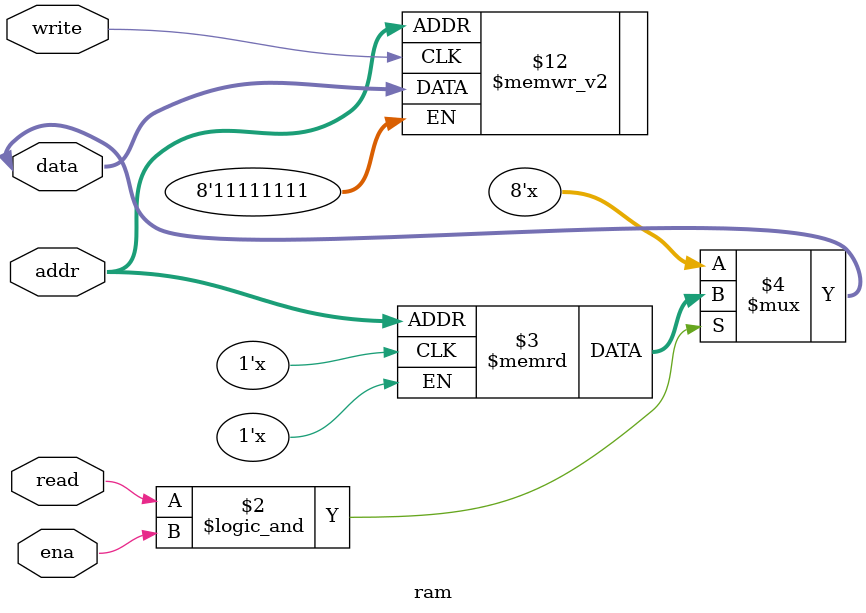
<source format=v>
module ram( data, addr, ena, read, write ); 
inout [7:0] data; 
input [9:0] addr; 
input ena; 
input read, write; 
reg [7:0] ram [10'h3ff:0]; 
assign data = ( read && ena )? ram[addr] : 8'hzz; 
always @(posedge write) 
	begin 
	ram[addr]<=data; 
	end 
endmodule 

</source>
